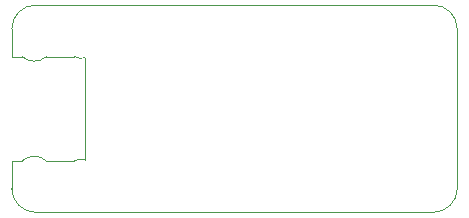
<source format=gbr>
%TF.GenerationSoftware,KiCad,Pcbnew,7.0.2*%
%TF.CreationDate,2024-06-22T12:15:53+01:00*%
%TF.ProjectId,USB HID,55534220-4849-4442-9e6b-696361645f70,rev?*%
%TF.SameCoordinates,Original*%
%TF.FileFunction,Profile,NP*%
%FSLAX46Y46*%
G04 Gerber Fmt 4.6, Leading zero omitted, Abs format (unit mm)*
G04 Created by KiCad (PCBNEW 7.0.2) date 2024-06-22 12:15:53*
%MOMM*%
%LPD*%
G01*
G04 APERTURE LIST*
%TA.AperFunction,Profile*%
%ADD10C,0.100000*%
%TD*%
G04 APERTURE END LIST*
D10*
X109982000Y-81530000D02*
G75*
G03*
X111982000Y-83530000I1999999J-1D01*
G01*
X109982000Y-81530000D02*
X109982000Y-79176000D01*
X112903000Y-79176000D02*
G75*
G03*
X110871000Y-79176000I-1016000J-1142998D01*
G01*
X116204997Y-79074411D02*
G75*
G03*
X115290182Y-79175147I-317511J-1320803D01*
G01*
X110871000Y-79176000D02*
X109982000Y-79176000D01*
X112903000Y-79176000D02*
X115290182Y-79175147D01*
X115290182Y-70358853D02*
G75*
G03*
X116205000Y-70459600I597318J1220053D01*
G01*
X112903000Y-70358000D02*
X115290182Y-70358853D01*
X110871000Y-70358000D02*
X109982000Y-70358000D01*
X110871000Y-70358000D02*
G75*
G03*
X112903000Y-70358000I1016000J1143000D01*
G01*
X147701000Y-68004000D02*
G75*
G03*
X145701000Y-66004000I-2000000J0D01*
G01*
X145701000Y-83530000D02*
G75*
G03*
X147701000Y-81530000I0J2000000D01*
G01*
X111982000Y-66004000D02*
G75*
G03*
X109982000Y-68004000I0J-2000000D01*
G01*
X145701000Y-83530000D02*
X111982000Y-83530000D01*
X147701000Y-68004000D02*
X147701000Y-81530000D01*
X111982000Y-66004000D02*
X145701000Y-66004000D01*
X109982000Y-68004000D02*
X109982000Y-70358000D01*
X116205000Y-70459600D02*
X116205000Y-79074400D01*
M02*

</source>
